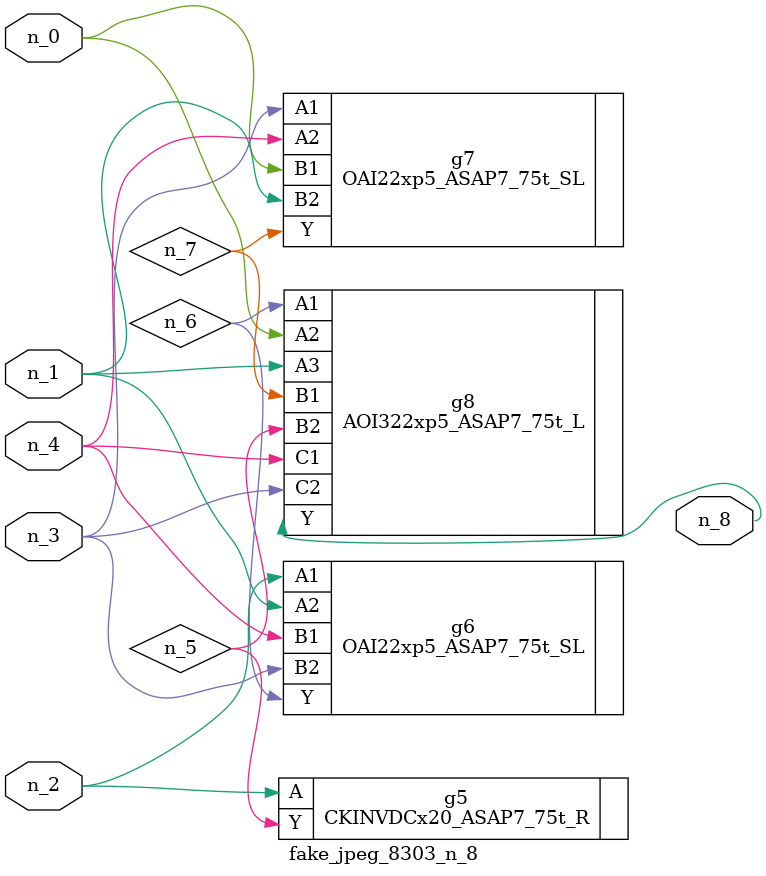
<source format=v>
module fake_jpeg_8303_n_8 (n_3, n_2, n_1, n_0, n_4, n_8);

input n_3;
input n_2;
input n_1;
input n_0;
input n_4;

output n_8;

wire n_6;
wire n_5;
wire n_7;

CKINVDCx20_ASAP7_75t_R g5 ( 
.A(n_2),
.Y(n_5)
);

OAI22xp5_ASAP7_75t_SL g6 ( 
.A1(n_2),
.A2(n_1),
.B1(n_4),
.B2(n_3),
.Y(n_6)
);

OAI22xp5_ASAP7_75t_SL g7 ( 
.A1(n_3),
.A2(n_4),
.B1(n_0),
.B2(n_1),
.Y(n_7)
);

AOI322xp5_ASAP7_75t_L g8 ( 
.A1(n_6),
.A2(n_0),
.A3(n_1),
.B1(n_7),
.B2(n_5),
.C1(n_4),
.C2(n_3),
.Y(n_8)
);


endmodule
</source>
